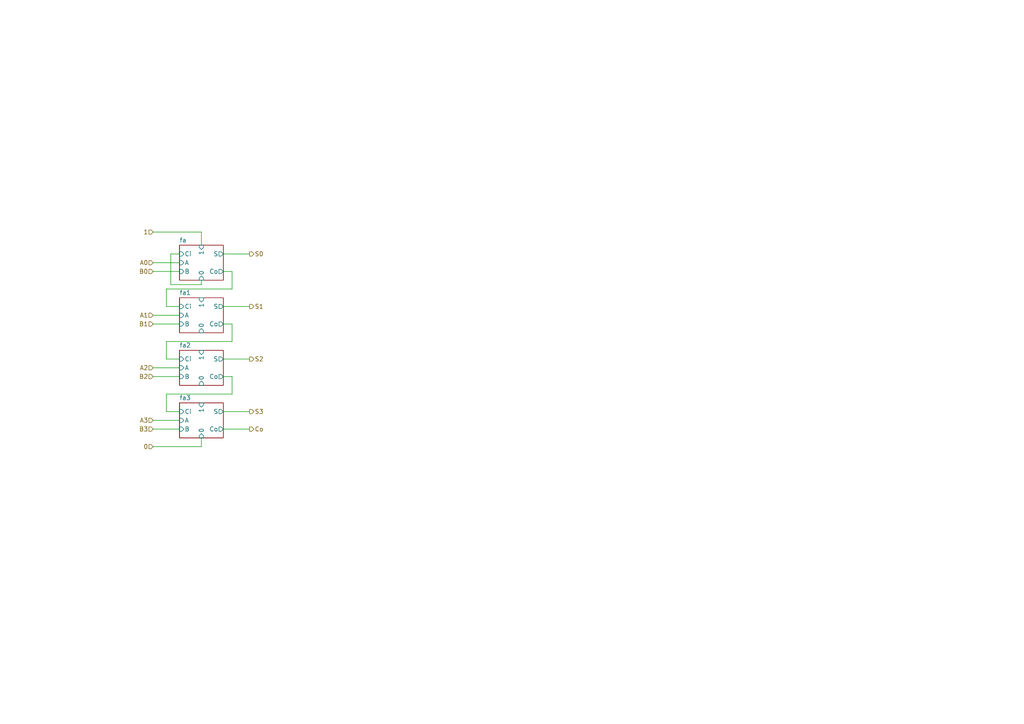
<source format=kicad_sch>
(kicad_sch (version 20211123) (generator eeschema)
  (paper "A4")
  (lib_symbols)
  (wire (pts (xy 44.45 129.54) (xy 58.42 129.54)))
  (wire (pts (xy 48.26 119.38) (xy 52.07 119.38)))
  (wire (pts (xy 48.26 99.06) (xy 48.26 104.14)))
  (wire (pts (xy 44.45 109.22) (xy 52.07 109.22)))
  (wire (pts (xy 58.42 127) (xy 58.42 129.54)))
  (wire (pts (xy 48.26 83.82) (xy 48.26 88.9)))
  (wire (pts (xy 44.45 93.98) (xy 52.07 93.98)))
  (wire (pts (xy 64.77 78.74) (xy 67.31 78.74)))
  (wire (pts (xy 44.45 91.44) (xy 52.07 91.44)))
  (wire (pts (xy 48.26 114.3) (xy 48.26 119.38)))
  (wire (pts (xy 64.77 73.66) (xy 72.39 73.66)))
  (wire (pts (xy 44.45 78.74) (xy 52.07 78.74)))
  (wire (pts (xy 48.26 104.14) (xy 52.07 104.14)))
  (wire (pts (xy 44.45 76.2) (xy 52.07 76.2)))
  (wire (pts (xy 67.31 99.06) (xy 48.26 99.06)))
  (wire (pts (xy 64.77 104.14) (xy 72.39 104.14)))
  (wire (pts (xy 49.53 73.66) (xy 52.07 73.66)))
  (wire (pts (xy 44.45 124.46) (xy 52.07 124.46)))
  (wire (pts (xy 48.26 88.9) (xy 52.07 88.9)))
  (wire (pts (xy 44.45 121.92) (xy 52.07 121.92)))
  (wire (pts (xy 58.42 82.55) (xy 49.53 82.55)))
  (wire (pts (xy 64.77 119.38) (xy 72.39 119.38)))
  (wire (pts (xy 67.31 83.82) (xy 48.26 83.82)))
  (wire (pts (xy 58.42 81.28) (xy 58.42 82.55)))
  (wire (pts (xy 64.77 124.46) (xy 72.39 124.46)))
  (wire (pts (xy 67.31 78.74) (xy 67.31 83.82)))
  (wire (pts (xy 67.31 93.98) (xy 67.31 99.06)))
  (wire (pts (xy 67.31 109.22) (xy 67.31 114.3)))
  (wire (pts (xy 64.77 109.22) (xy 67.31 109.22)))
  (wire (pts (xy 64.77 88.9) (xy 72.39 88.9)))
  (wire (pts (xy 58.42 67.31) (xy 58.42 71.12)))
  (wire (pts (xy 64.77 93.98) (xy 67.31 93.98)))
  (wire (pts (xy 67.31 114.3) (xy 48.26 114.3)))
  (wire (pts (xy 44.45 67.31) (xy 58.42 67.31)))
  (wire (pts (xy 44.45 106.68) (xy 52.07 106.68)))
  (wire (pts (xy 49.53 82.55) (xy 49.53 73.66)))
  (hierarchical_label "Co" (shape output) (at 72.39 124.46 0))
  (hierarchical_label "A1" (shape input) (at 44.45 91.44 180))
  (hierarchical_label "S2" (shape output) (at 72.39 104.14 0))
  (hierarchical_label "B0" (shape input) (at 44.45 78.74 180))
  (hierarchical_label "0" (shape input) (at 44.45 129.54 180))
  (hierarchical_label "A0" (shape input) (at 44.45 76.2 180))
  (hierarchical_label "B1" (shape input) (at 44.45 93.98 180))
  (hierarchical_label "A3" (shape input) (at 44.45 121.92 180))
  (hierarchical_label "A2" (shape input) (at 44.45 106.68 180))
  (hierarchical_label "S0" (shape output) (at 72.39 73.66 0))
  (hierarchical_label "1" (shape input) (at 44.45 67.31 180))
  (hierarchical_label "B2" (shape input) (at 44.45 109.22 180))
  (hierarchical_label "S3" (shape output) (at 72.39 119.38 0))
  (hierarchical_label "B3" (shape input) (at 44.45 124.46 180))
  (hierarchical_label "S1" (shape output) (at 72.39 88.9 0))
  (sheet (at 52.07 71.12) (size 12.7 10.16) (stroke (width 0.1524))
    (property "Sheet name" "fa" (at 52.07 70.4084 0) (effects (justify left bottom)))
    (property "Sheet file" "fa.kicad_sch" (effects hide))
    (pin "B" input (at 52.07 78.74 180))
    (pin "1" input (at 58.42 71.12 90))
    (pin "S" output (at 64.77 73.66 0))
    (pin "Co" output (at 64.77 78.74 0))
    (pin "0" input (at 58.42 81.28 270))
    (pin "A" input (at 52.07 76.2 180))
    (pin "Ci" input (at 52.07 73.66 180))
  )
  (sheet (at 52.07 116.84) (size 12.7 10.16) (stroke (width 0.1524))
    (property "Sheet name" "fa3" (at 52.07 116.1284 0) (effects (justify left bottom)))
    (property "Sheet file" "fa.kicad_sch" (effects hide))
    (pin "B" input (at 52.07 124.46 180))
    (pin "1" input (at 58.42 116.84 90))
    (pin "S" output (at 64.77 119.38 0))
    (pin "Co" output (at 64.77 124.46 0))
    (pin "0" input (at 58.42 127 270))
    (pin "A" input (at 52.07 121.92 180))
    (pin "Ci" input (at 52.07 119.38 180))
  )
  (sheet (at 52.07 86.36) (size 12.7 10.16) (stroke (width 0.1524))
    (property "Sheet name" "fa1" (at 52.07 85.6484 0) (effects (justify left bottom)))
    (property "Sheet file" "fa.kicad_sch" (effects hide))
    (pin "B" input (at 52.07 93.98 180))
    (pin "1" input (at 58.42 86.36 90))
    (pin "S" output (at 64.77 88.9 0))
    (pin "Co" output (at 64.77 93.98 0))
    (pin "0" input (at 58.42 96.52 270))
    (pin "A" input (at 52.07 91.44 180))
    (pin "Ci" input (at 52.07 88.9 180))
  )
  (sheet (at 52.07 101.6) (size 12.7 10.16) (stroke (width 0.1524))
    (property "Sheet name" "fa2" (at 52.07 100.8884 0) (effects (justify left bottom)))
    (property "Sheet file" "fa.kicad_sch" (effects hide))
    (pin "B" input (at 52.07 109.22 180))
    (pin "1" input (at 58.42 101.6 90))
    (pin "S" output (at 64.77 104.14 0))
    (pin "Co" output (at 64.77 109.22 0))
    (pin "0" input (at 58.42 111.76 270))
    (pin "A" input (at 52.07 106.68 180))
    (pin "Ci" input (at 52.07 104.14 180))
  )
)
</source>
